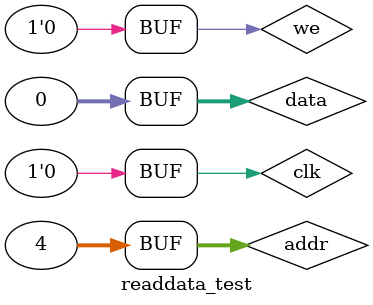
<source format=v>
`timescale 1ns / 1ps


module readdata_test;

	// Inputs
	reg [31:0] addr;
	reg [31:0] data;
	reg we;
	reg clk;

	// Outputs
	wire [31:0] data_o;

	// Instantiate the Unit Under Test (UUT)
	DATAMEM uut (
		.addr(addr), 
		.data(data), 
		.we(we), 
		.clk(clk), 
		.data_o(data_o)
	);

	initial begin
		// Initialize Inputs
		addr = 0;
		data = 0;
		we = 0;
		clk = 0;

		// Wait 100 ns for global reset to finish
		#100 addr= 32'h0;
		#100 addr= 32'h4;
        
		// Add stimulus here

	end
      
endmodule


</source>
